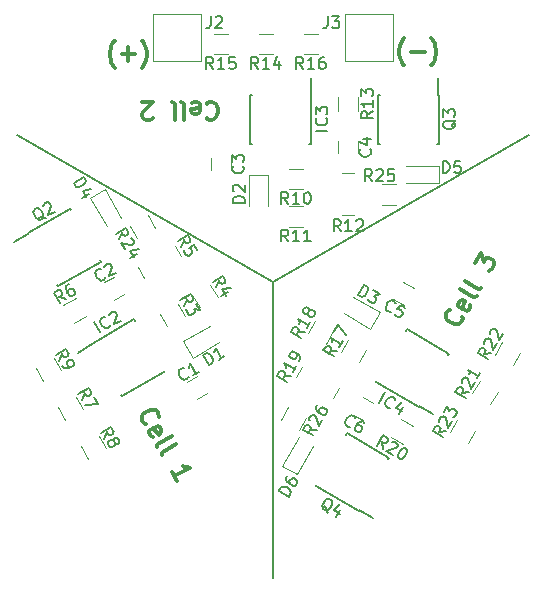
<source format=gbr>
G04 #@! TF.FileFunction,Legend,Top*
%FSLAX46Y46*%
G04 Gerber Fmt 4.6, Leading zero omitted, Abs format (unit mm)*
G04 Created by KiCad (PCBNEW 4.0.6) date 03/19/17 21:40:27*
%MOMM*%
%LPD*%
G01*
G04 APERTURE LIST*
%ADD10C,0.100000*%
%ADD11C,0.300000*%
%ADD12C,0.200000*%
%ADD13C,0.120000*%
%ADD14C,0.150000*%
G04 APERTURE END LIST*
D10*
D11*
X11112643Y18371500D02*
X11041215Y18442929D01*
X10898358Y18657214D01*
X10826929Y18800071D01*
X10755500Y19014357D01*
X10684072Y19371500D01*
X10684072Y19657214D01*
X10755500Y20014357D01*
X10826929Y20228643D01*
X10898358Y20371500D01*
X11041215Y20585786D01*
X11112643Y20657214D01*
X11684072Y19514357D02*
X12826929Y19514357D01*
X13398358Y18371500D02*
X13469786Y18442929D01*
X13612643Y18657214D01*
X13684072Y18800071D01*
X13755501Y19014357D01*
X13826929Y19371500D01*
X13826929Y19657214D01*
X13755501Y20014357D01*
X13684072Y20228643D01*
X13612643Y20371500D01*
X13469786Y20585786D01*
X13398358Y20657214D01*
X-13398357Y18181000D02*
X-13469785Y18252429D01*
X-13612642Y18466714D01*
X-13684071Y18609571D01*
X-13755500Y18823857D01*
X-13826928Y19181000D01*
X-13826928Y19466714D01*
X-13755500Y19823857D01*
X-13684071Y20038143D01*
X-13612642Y20181000D01*
X-13469785Y20395286D01*
X-13398357Y20466714D01*
X-12826928Y19323857D02*
X-11684071Y19323857D01*
X-12255500Y18752429D02*
X-12255500Y19895286D01*
X-11112642Y18181000D02*
X-11041214Y18252429D01*
X-10898357Y18466714D01*
X-10826928Y18609571D01*
X-10755499Y18823857D01*
X-10684071Y19181000D01*
X-10684071Y19466714D01*
X-10755499Y19823857D01*
X-10826928Y20038143D01*
X-10898357Y20181000D01*
X-11041214Y20395286D01*
X-11112642Y20466714D01*
X-5624001Y15140714D02*
X-5552572Y15212143D01*
X-5338286Y15283571D01*
X-5195429Y15283571D01*
X-4981144Y15212143D01*
X-4838286Y15069286D01*
X-4766858Y14926429D01*
X-4695429Y14640714D01*
X-4695429Y14426429D01*
X-4766858Y14140714D01*
X-4838286Y13997857D01*
X-4981144Y13855000D01*
X-5195429Y13783571D01*
X-5338286Y13783571D01*
X-5552572Y13855000D01*
X-5624001Y13926429D01*
X-6838286Y15212143D02*
X-6695429Y15283571D01*
X-6409715Y15283571D01*
X-6266858Y15212143D01*
X-6195429Y15069286D01*
X-6195429Y14497857D01*
X-6266858Y14355000D01*
X-6409715Y14283571D01*
X-6695429Y14283571D01*
X-6838286Y14355000D01*
X-6909715Y14497857D01*
X-6909715Y14640714D01*
X-6195429Y14783571D01*
X-7766858Y15283571D02*
X-7624000Y15212143D01*
X-7552572Y15069286D01*
X-7552572Y13783571D01*
X-8552572Y15283571D02*
X-8409714Y15212143D01*
X-8338286Y15069286D01*
X-8338286Y13783571D01*
X-10195428Y13926429D02*
X-10266857Y13855000D01*
X-10409714Y13783571D01*
X-10766857Y13783571D01*
X-10909714Y13855000D01*
X-10981143Y13926429D01*
X-11052571Y14069286D01*
X-11052571Y14212143D01*
X-10981143Y14426429D01*
X-10124000Y15283571D01*
X-11052571Y15283571D01*
X16039442Y-2914913D02*
X16065587Y-3012487D01*
X16020303Y-3233778D01*
X15948874Y-3357496D01*
X15779873Y-3507358D01*
X15584726Y-3559648D01*
X15425295Y-3550078D01*
X15142144Y-3469080D01*
X14956567Y-3361938D01*
X14744846Y-3157221D01*
X14656842Y-3023934D01*
X14604553Y-2828787D01*
X14649836Y-2607496D01*
X14721265Y-2483778D01*
X14890267Y-2333916D01*
X14987841Y-2307771D01*
X16708444Y-1899026D02*
X16698874Y-2058458D01*
X16556017Y-2305894D01*
X16422730Y-2393897D01*
X16263298Y-2384328D01*
X15768426Y-2098614D01*
X15680423Y-1965326D01*
X15689992Y-1805894D01*
X15832849Y-1558458D01*
X15966137Y-1470455D01*
X16125569Y-1480024D01*
X16249287Y-1551452D01*
X16015862Y-2241471D01*
X17234589Y-1130573D02*
X17101301Y-1218578D01*
X16941869Y-1209008D01*
X15828408Y-566150D01*
X17627446Y-450125D02*
X17494158Y-538130D01*
X17334726Y-528560D01*
X16221265Y114298D01*
X17114122Y1660772D02*
X17578407Y2464938D01*
X17823279Y1746211D01*
X17930422Y1931788D01*
X18063710Y2019791D01*
X18161283Y2045936D01*
X18320715Y2036366D01*
X18630010Y1857795D01*
X18718013Y1724508D01*
X18744158Y1626934D01*
X18734588Y1467502D01*
X18520302Y1096348D01*
X18387015Y1008344D01*
X18289442Y982200D01*
X-10732941Y-12035301D02*
X-10830515Y-12009156D01*
X-10999517Y-11859293D01*
X-11070945Y-11735575D01*
X-11116229Y-11514285D01*
X-11063940Y-11319138D01*
X-10975937Y-11185851D01*
X-10764215Y-10981134D01*
X-10578638Y-10873991D01*
X-10295488Y-10792993D01*
X-10136056Y-10783423D01*
X-9940909Y-10835713D01*
X-9771907Y-10985575D01*
X-9700479Y-11109293D01*
X-9655195Y-11330584D01*
X-9681340Y-11428158D01*
X-10187658Y-13122617D02*
X-10320945Y-13034613D01*
X-10463802Y-12787177D01*
X-10473372Y-12627746D01*
X-10385369Y-12494458D01*
X-9890497Y-12208743D01*
X-9731065Y-12199174D01*
X-9597777Y-12287177D01*
X-9454920Y-12534613D01*
X-9445351Y-12694045D01*
X-9533354Y-12827333D01*
X-9657072Y-12898762D01*
X-10137933Y-12351600D01*
X-9785231Y-13962498D02*
X-9794801Y-13803065D01*
X-9706797Y-13669778D01*
X-8593336Y-13026921D01*
X-9392374Y-14642946D02*
X-9401944Y-14483513D01*
X-9313940Y-14350226D01*
X-8200479Y-13707369D01*
X-8142374Y-16808009D02*
X-8570946Y-16065701D01*
X-8356660Y-16436855D02*
X-7057622Y-15686855D01*
X-7314627Y-15670281D01*
X-7509774Y-15617990D01*
X-7643062Y-15529987D01*
D12*
X12456Y-5781D02*
X12456Y-25005781D01*
X12456Y-5781D02*
X21663091Y12494219D01*
X12456Y-5781D02*
X-21638179Y12494219D01*
D13*
X10128000Y22701000D02*
X10128000Y18701000D01*
X6128000Y18701000D02*
X10128000Y18701000D01*
X6128000Y22701000D02*
X6128000Y18701000D01*
X6128000Y22701000D02*
X10128000Y22701000D01*
D14*
X-15361534Y-5205922D02*
X-15336534Y-5249223D01*
X-11767528Y-3130922D02*
X-11695028Y-3256495D01*
X-9192528Y-7590952D02*
X-9265028Y-7465379D01*
X-12786534Y-9665952D02*
X-12859034Y-9540379D01*
X-15361534Y-5205922D02*
X-11767528Y-3130922D01*
X-12786534Y-9665952D02*
X-9192528Y-7590952D01*
X-15336534Y-5249223D02*
X-16548969Y-5949223D01*
X12319848Y-10524751D02*
X12344848Y-10481450D01*
X8725842Y-8449751D02*
X8798342Y-8324178D01*
X11300842Y-3989721D02*
X11228342Y-4115294D01*
X14894848Y-6064721D02*
X14822348Y-6190294D01*
X12319848Y-10524751D02*
X8725842Y-8449751D01*
X14894848Y-6064721D02*
X11300842Y-3989721D01*
X12344848Y-10481450D02*
X13557283Y-11181450D01*
X7239848Y-19323569D02*
X7264848Y-19280268D01*
X3645842Y-17248569D02*
X3718342Y-17122996D01*
X6220842Y-12788539D02*
X6148342Y-12914112D01*
X9814848Y-14863539D02*
X9742348Y-14989112D01*
X7239848Y-19323569D02*
X3645842Y-17248569D01*
X9814848Y-14863539D02*
X6220842Y-12788539D01*
X7264848Y-19280268D02*
X8477283Y-19980268D01*
D13*
X-7610910Y-4980396D02*
X-6810910Y-6366036D01*
X-6810910Y-6366036D02*
X-4559244Y-5066036D01*
X-7610910Y-4980396D02*
X-5359244Y-3680396D01*
X-455101Y9077446D02*
X-2055101Y9077446D01*
X-2055101Y9077446D02*
X-2055101Y6477446D01*
X-455101Y9077446D02*
X-455101Y6477446D01*
X8249225Y-3925278D02*
X9049225Y-2539638D01*
X9049225Y-2539638D02*
X6797559Y-1239638D01*
X8249225Y-3925278D02*
X5997559Y-2625278D01*
D14*
X3224900Y15902446D02*
X3174900Y15902446D01*
X3224900Y11752446D02*
X3079900Y11752446D01*
X-1925100Y11752446D02*
X-1780100Y11752446D01*
X-1925100Y15902446D02*
X-1780100Y15902446D01*
X3224900Y15902446D02*
X3224900Y11752446D01*
X-1925100Y15902446D02*
X-1925100Y11752446D01*
X3174900Y15902446D02*
X3174900Y17302446D01*
X-20759032Y4142821D02*
X-20734032Y4099520D01*
X-17165026Y6217821D02*
X-17092526Y6092248D01*
X-14590026Y1757791D02*
X-14662526Y1883364D01*
X-18184032Y-317209D02*
X-18256532Y-191636D01*
X-20759032Y4142821D02*
X-17165026Y6217821D01*
X-18184032Y-317209D02*
X-14590026Y1757791D01*
X-20734032Y4099520D02*
X-21946467Y3399520D01*
X14019899Y15902447D02*
X13969899Y15902447D01*
X14019899Y11752447D02*
X13874899Y11752447D01*
X8869899Y11752447D02*
X9014899Y11752447D01*
X8869899Y15902447D02*
X9014899Y15902447D01*
X14019899Y15902447D02*
X14019899Y11752447D01*
X8869899Y15902447D02*
X8869899Y11752447D01*
X13969899Y15902447D02*
X13969899Y17302447D01*
D13*
X-10944115Y392885D02*
X-11444115Y1258911D01*
X-8326423Y3058911D02*
X-7826423Y2192885D01*
X5864899Y9277447D02*
X6864899Y9277447D01*
X6864899Y5677447D02*
X5864899Y5677447D01*
X5579930Y-8948632D02*
X5079930Y-9814658D01*
X1962238Y-8014658D02*
X2462238Y-7148632D01*
X-6429460Y-7906725D02*
X-7295486Y-8406725D01*
X-6445486Y-9878969D02*
X-5579460Y-9378969D01*
X-13476739Y489520D02*
X-14342765Y-10480D01*
X-13492765Y-1482724D02*
X-12626739Y-982724D01*
X-3580101Y9517446D02*
X-3580101Y10517446D01*
X-5280101Y10517446D02*
X-5280101Y9517446D01*
X7200000Y10930000D02*
X7200000Y11930000D01*
X5500000Y11930000D02*
X5500000Y10930000D01*
X10192776Y-1438949D02*
X11058802Y-1938949D01*
X11908802Y-466705D02*
X11042776Y33295D01*
X6762554Y-11190267D02*
X7628580Y-11690267D01*
X8478580Y-10218023D02*
X7612554Y-9718023D01*
X-8974722Y-3718201D02*
X-9574722Y-2678971D01*
X-8050518Y-1798971D02*
X-7450518Y-2838201D01*
X-6225092Y-2130700D02*
X-6825092Y-1091470D01*
X-5300888Y-211470D02*
X-4700888Y-1250700D01*
X-15824694Y-2863704D02*
X-16863924Y-3463704D01*
X-17743924Y-1939500D02*
X-16704694Y-1339500D01*
X-17603393Y-11632905D02*
X-18203393Y-10593675D01*
X-16679189Y-9713675D02*
X-16079189Y-10752905D01*
X-15698393Y-14932461D02*
X-16298393Y-13893231D01*
X-14774189Y-13013231D02*
X-14174189Y-14052461D01*
X-19508393Y-8333348D02*
X-20108393Y-7294118D01*
X-18584189Y-6414118D02*
X-17984189Y-7453348D01*
X1319899Y9627447D02*
X2519899Y9627447D01*
X2519899Y7867447D02*
X1319899Y7867447D01*
X1319899Y6452446D02*
X2519899Y6452446D01*
X2519899Y4692446D02*
X1319899Y4692446D01*
X5470000Y14513000D02*
X5470000Y15713000D01*
X7230000Y15713000D02*
X7230000Y14513000D01*
X-1220101Y21057446D02*
X-20101Y21057446D01*
X-20101Y19297446D02*
X-1220101Y19297446D01*
X-5030101Y21057446D02*
X-3830101Y21057446D01*
X-3830101Y19297446D02*
X-5030101Y19297446D01*
X2589899Y21057446D02*
X3789899Y21057446D01*
X3789899Y19297446D02*
X2589899Y19297446D01*
X7838038Y-5737474D02*
X7238038Y-6776704D01*
X5713834Y-5896704D02*
X6313834Y-4857474D01*
X5088408Y-4149974D02*
X4488408Y-5189204D01*
X2964204Y-4309204D02*
X3564204Y-3269974D01*
X10840509Y-11547043D02*
X11879739Y-12147043D01*
X10999739Y-13671247D02*
X9960509Y-13071247D01*
X19006709Y-9252769D02*
X18406709Y-10291999D01*
X16882505Y-9411999D02*
X17482505Y-8372769D01*
X20911709Y-5953212D02*
X20311709Y-6992442D01*
X18787505Y-6112442D02*
X19387505Y-5073212D01*
X17101709Y-12552326D02*
X16501709Y-13591556D01*
X14977505Y-12711556D02*
X15577505Y-11672326D01*
X-6128000Y22701000D02*
X-6128000Y18701000D01*
X-10128000Y18701000D02*
X-6128000Y18701000D01*
X-10128000Y22701000D02*
X-10128000Y18701000D01*
X-10128000Y22701000D02*
X-6128000Y22701000D01*
X-14263782Y7877846D02*
X-15476218Y7177846D01*
X-15476218Y7177846D02*
X-14076218Y4752975D01*
X-14263782Y7877846D02*
X-12863782Y5452975D01*
X14055500Y8444000D02*
X14055500Y9844000D01*
X14055500Y9844000D02*
X11255500Y9844000D01*
X14055500Y8444000D02*
X11255500Y8444000D01*
X779782Y-15559846D02*
X1992218Y-16259846D01*
X1992218Y-16259846D02*
X3392218Y-13834975D01*
X779782Y-15559846D02*
X2179782Y-13134975D01*
X-10586898Y5658615D02*
X-9986898Y4619385D01*
X-11511102Y3739385D02*
X-12111102Y4778615D01*
X10442500Y6549500D02*
X9242500Y6549500D01*
X9242500Y8309500D02*
X10442500Y8309500D01*
X652398Y-11636615D02*
X1252398Y-10597385D01*
X2776602Y-11477385D02*
X2176602Y-12516615D01*
D14*
X4619667Y22518619D02*
X4619667Y21804333D01*
X4572047Y21661476D01*
X4476809Y21566238D01*
X4333952Y21518619D01*
X4238714Y21518619D01*
X5000619Y22518619D02*
X5619667Y22518619D01*
X5286333Y22137667D01*
X5429191Y22137667D01*
X5524429Y22090048D01*
X5572048Y22042429D01*
X5619667Y21947190D01*
X5619667Y21709095D01*
X5572048Y21613857D01*
X5524429Y21566238D01*
X5429191Y21518619D01*
X5143476Y21518619D01*
X5048238Y21566238D01*
X5000619Y21613857D01*
X-14646246Y-4247216D02*
X-15146246Y-3381191D01*
X-13786600Y-3640928D02*
X-13804030Y-3705977D01*
X-13903938Y-3818645D01*
X-13986417Y-3866264D01*
X-14133945Y-3896454D01*
X-14264042Y-3861594D01*
X-14352901Y-3802925D01*
X-14489378Y-3661778D01*
X-14560807Y-3538059D01*
X-14614806Y-3349292D01*
X-14621185Y-3243004D01*
X-14586326Y-3112907D01*
X-14486417Y-3000239D01*
X-14403938Y-2952620D01*
X-14256411Y-2922430D01*
X-14191362Y-2939860D01*
X-13861448Y-2749384D02*
X-13844018Y-2684335D01*
X-13785349Y-2595477D01*
X-13579152Y-2476429D01*
X-13472864Y-2470049D01*
X-13407815Y-2487479D01*
X-13318957Y-2546148D01*
X-13271338Y-2628627D01*
X-13241149Y-2776154D01*
X-13450306Y-3556740D01*
X-12914195Y-3247216D01*
X8988749Y-10192003D02*
X9488749Y-9325978D01*
X9943633Y-10633334D02*
X9878584Y-10650764D01*
X9731057Y-10620575D01*
X9648578Y-10572956D01*
X9548669Y-10460288D01*
X9513810Y-10330190D01*
X9520189Y-10223902D01*
X9574188Y-10035136D01*
X9645617Y-9911417D01*
X9782094Y-9770269D01*
X9870953Y-9711600D01*
X10001050Y-9676741D01*
X10148578Y-9706931D01*
X10231057Y-9754550D01*
X10330965Y-9867217D01*
X10348395Y-9932266D01*
X10971655Y-10567034D02*
X10638321Y-11144384D01*
X10955934Y-10118072D02*
X10392594Y-10617614D01*
X10928706Y-10927138D01*
X4624057Y-19513776D02*
X4565388Y-19424918D01*
X4530528Y-19294820D01*
X4478239Y-19099674D01*
X4419569Y-19010815D01*
X4337091Y-18963196D01*
X4259282Y-19193202D02*
X4200613Y-19104344D01*
X4165754Y-18974246D01*
X4219753Y-18785480D01*
X4386420Y-18496804D01*
X4522897Y-18355656D01*
X4652994Y-18320797D01*
X4759282Y-18327177D01*
X4924240Y-18422415D01*
X4982909Y-18511273D01*
X5017769Y-18641371D01*
X4963770Y-18830137D01*
X4797103Y-19118813D01*
X4660626Y-19259961D01*
X4530528Y-19294820D01*
X4424240Y-19288440D01*
X4259282Y-19193202D01*
X5706078Y-19258709D02*
X5372744Y-19836059D01*
X5690357Y-18809747D02*
X5127017Y-19309289D01*
X5663129Y-19618813D01*
X-5438288Y-7019678D02*
X-5938288Y-6153653D01*
X-5732091Y-6034605D01*
X-5584563Y-6004415D01*
X-5454466Y-6039275D01*
X-5365607Y-6097944D01*
X-5229130Y-6239091D01*
X-5157701Y-6362810D01*
X-5103702Y-6551577D01*
X-5097323Y-6657865D01*
X-5132182Y-6787962D01*
X-5232091Y-6900630D01*
X-5438288Y-7019678D01*
X-4118629Y-6257773D02*
X-4613501Y-6543487D01*
X-4366066Y-6400630D02*
X-4866066Y-5534605D01*
X-4877116Y-5705942D01*
X-4911975Y-5836039D01*
X-4970644Y-5924898D01*
X-2402720Y6739351D02*
X-3402720Y6739351D01*
X-3402720Y6977446D01*
X-3355101Y7120304D01*
X-3259863Y7215542D01*
X-3164625Y7263161D01*
X-2974149Y7310780D01*
X-2831291Y7310780D01*
X-2640815Y7263161D01*
X-2545577Y7215542D01*
X-2450339Y7120304D01*
X-2402720Y6977446D01*
X-2402720Y6739351D01*
X-3307482Y7691732D02*
X-3355101Y7739351D01*
X-3402720Y7834589D01*
X-3402720Y8072685D01*
X-3355101Y8167923D01*
X-3307482Y8215542D01*
X-3212244Y8263161D01*
X-3117006Y8263161D01*
X-2974149Y8215542D01*
X-2402720Y7644113D01*
X-2402720Y8263161D01*
X7198184Y-1069543D02*
X7698184Y-203518D01*
X7904381Y-322565D01*
X8004290Y-435233D01*
X8039149Y-565331D01*
X8032770Y-671619D01*
X7978771Y-860385D01*
X7907342Y-984104D01*
X7770865Y-1125252D01*
X7682006Y-1183921D01*
X7551909Y-1218780D01*
X7404381Y-1188590D01*
X7198184Y-1069543D01*
X8481731Y-655899D02*
X9017843Y-965423D01*
X8538691Y-1128670D01*
X8662410Y-1200099D01*
X8721079Y-1288957D01*
X8738508Y-1354006D01*
X8732128Y-1460295D01*
X8613081Y-1666491D01*
X8524222Y-1725160D01*
X8459174Y-1742590D01*
X8352886Y-1736210D01*
X8105449Y-1593352D01*
X8046780Y-1504494D01*
X8029350Y-1439445D01*
X4602281Y12851256D02*
X3602281Y12851256D01*
X4507043Y13898875D02*
X4554662Y13851256D01*
X4602281Y13708399D01*
X4602281Y13613161D01*
X4554662Y13470303D01*
X4459424Y13375065D01*
X4364186Y13327446D01*
X4173710Y13279827D01*
X4030852Y13279827D01*
X3840376Y13327446D01*
X3745138Y13375065D01*
X3649900Y13470303D01*
X3602281Y13613161D01*
X3602281Y13708399D01*
X3649900Y13851256D01*
X3697519Y13898875D01*
X3602281Y14232208D02*
X3602281Y14851256D01*
X3983233Y14517922D01*
X3983233Y14660780D01*
X4030852Y14756018D01*
X4078471Y14803637D01*
X4173710Y14851256D01*
X4411805Y14851256D01*
X4507043Y14803637D01*
X4554662Y14756018D01*
X4602281Y14660780D01*
X4602281Y14375065D01*
X4554662Y14279827D01*
X4507043Y14232208D01*
X-19233198Y5459524D02*
X-19339486Y5453144D01*
X-19469584Y5488004D01*
X-19664730Y5540293D01*
X-19771019Y5533913D01*
X-19853497Y5486294D01*
X-19693211Y5303907D02*
X-19799499Y5297527D01*
X-19929596Y5332387D01*
X-20066073Y5473534D01*
X-20232740Y5762210D01*
X-20286739Y5950977D01*
X-20251880Y6081074D01*
X-20193211Y6169932D01*
X-20028253Y6265171D01*
X-19921965Y6271551D01*
X-19791867Y6236691D01*
X-19655390Y6095544D01*
X-19488723Y5806868D01*
X-19434724Y5618101D01*
X-19469584Y5488004D01*
X-19528253Y5399146D01*
X-19693211Y5303907D01*
X-19444523Y6492216D02*
X-19427093Y6557265D01*
X-19368424Y6646123D01*
X-19162227Y6765171D01*
X-19055939Y6771551D01*
X-18990890Y6754121D01*
X-18902032Y6695452D01*
X-18854413Y6612973D01*
X-18824224Y6465446D01*
X-19033381Y5684860D01*
X-18497270Y5994384D01*
X15492518Y13732209D02*
X15444899Y13636971D01*
X15349661Y13541733D01*
X15206804Y13398876D01*
X15159185Y13303637D01*
X15159185Y13208399D01*
X15397280Y13256018D02*
X15349661Y13160780D01*
X15254423Y13065542D01*
X15063947Y13017923D01*
X14730613Y13017923D01*
X14540137Y13065542D01*
X14444899Y13160780D01*
X14397280Y13256018D01*
X14397280Y13446495D01*
X14444899Y13541733D01*
X14540137Y13636971D01*
X14730613Y13684590D01*
X15063947Y13684590D01*
X15254423Y13636971D01*
X15349661Y13541733D01*
X15397280Y13446495D01*
X15397280Y13256018D01*
X14397280Y14017923D02*
X14397280Y14636971D01*
X14778232Y14303637D01*
X14778232Y14446495D01*
X14825851Y14541733D01*
X14873470Y14589352D01*
X14968709Y14636971D01*
X15206804Y14636971D01*
X15302042Y14589352D01*
X15349661Y14541733D01*
X15397280Y14446495D01*
X15397280Y14160780D01*
X15349661Y14065542D01*
X15302042Y14017923D01*
X-7772106Y2994044D02*
X-7526380Y3520816D01*
X-8057821Y3488917D02*
X-7191796Y3988917D01*
X-7001319Y3659002D01*
X-6994939Y3552714D01*
X-7012369Y3487665D01*
X-7071038Y3398806D01*
X-7194756Y3327378D01*
X-7301044Y3320998D01*
X-7366093Y3338428D01*
X-7454951Y3397097D01*
X-7645427Y3727012D01*
X-6453700Y2710498D02*
X-6691796Y3122891D01*
X-7127998Y2926035D01*
X-7062949Y2908606D01*
X-6974091Y2849937D01*
X-6855043Y2643739D01*
X-6848663Y2537451D01*
X-6866093Y2472403D01*
X-6924763Y2383544D01*
X-7130959Y2264496D01*
X-7237247Y2258117D01*
X-7302296Y2275546D01*
X-7391154Y2334215D01*
X-7510202Y2540413D01*
X-7516582Y2646701D01*
X-7499152Y2711749D01*
X5722042Y4325066D02*
X5388708Y4801257D01*
X5150613Y4325066D02*
X5150613Y5325066D01*
X5531566Y5325066D01*
X5626804Y5277447D01*
X5674423Y5229828D01*
X5722042Y5134590D01*
X5722042Y4991733D01*
X5674423Y4896495D01*
X5626804Y4848876D01*
X5531566Y4801257D01*
X5150613Y4801257D01*
X6674423Y4325066D02*
X6102994Y4325066D01*
X6388708Y4325066D02*
X6388708Y5325066D01*
X6293470Y5182209D01*
X6198232Y5086971D01*
X6102994Y5039352D01*
X7055375Y5229828D02*
X7102994Y5277447D01*
X7198232Y5325066D01*
X7436328Y5325066D01*
X7531566Y5277447D01*
X7579185Y5229828D01*
X7626804Y5134590D01*
X7626804Y5039352D01*
X7579185Y4896495D01*
X7007756Y4325066D01*
X7626804Y4325066D01*
X1503160Y-7914566D02*
X924099Y-7965146D01*
X1217445Y-8409438D02*
X351420Y-7909438D01*
X541897Y-7579523D01*
X630755Y-7520854D01*
X695804Y-7503424D01*
X802092Y-7509804D01*
X925809Y-7581232D01*
X984478Y-7670091D01*
X1001908Y-7735140D01*
X995528Y-7841428D01*
X805052Y-8171343D01*
X1979350Y-7089780D02*
X1693636Y-7584652D01*
X1836493Y-7337216D02*
X970468Y-6837216D01*
X1046566Y-6991123D01*
X1081426Y-7121221D01*
X1075046Y-7227509D01*
X2217445Y-6677387D02*
X2312683Y-6512430D01*
X2319064Y-6406141D01*
X2301634Y-6341093D01*
X2225535Y-6187185D01*
X2084388Y-6050708D01*
X1754473Y-5860232D01*
X1648185Y-5853852D01*
X1583136Y-5871282D01*
X1494278Y-5929951D01*
X1399039Y-6094909D01*
X1392659Y-6201197D01*
X1410089Y-6266245D01*
X1468758Y-6355104D01*
X1674954Y-6474151D01*
X1781242Y-6480531D01*
X1846292Y-6463102D01*
X1935150Y-6404433D01*
X2030389Y-6239475D01*
X2036769Y-6133187D01*
X2019338Y-6068137D01*
X1960669Y-5979279D01*
X-7153238Y-7986437D02*
X-7170668Y-8051486D01*
X-7270577Y-8164153D01*
X-7353055Y-8211772D01*
X-7500583Y-8241962D01*
X-7630681Y-8207103D01*
X-7719539Y-8148434D01*
X-7856016Y-8007286D01*
X-7927445Y-7883567D01*
X-7981444Y-7694801D01*
X-7987824Y-7588513D01*
X-7952964Y-7458415D01*
X-7853055Y-7345747D01*
X-7770577Y-7298128D01*
X-7623049Y-7267939D01*
X-7558000Y-7285369D01*
X-6280833Y-7592725D02*
X-6775705Y-7878439D01*
X-6528270Y-7735582D02*
X-7028270Y-6869557D01*
X-7039320Y-7040894D01*
X-7074179Y-7170991D01*
X-7132848Y-7259850D01*
X-14200517Y409808D02*
X-14217947Y344759D01*
X-14317856Y232092D01*
X-14400334Y184473D01*
X-14547862Y154283D01*
X-14677960Y189142D01*
X-14766818Y247811D01*
X-14903295Y388959D01*
X-14974724Y512678D01*
X-15028723Y701444D01*
X-15035103Y807732D01*
X-15000243Y937830D01*
X-14900334Y1050498D01*
X-14817856Y1098117D01*
X-14670328Y1128306D01*
X-14605279Y1110876D01*
X-14275365Y1301352D02*
X-14257936Y1366401D01*
X-14199267Y1455259D01*
X-13993069Y1574307D01*
X-13886781Y1580687D01*
X-13821733Y1563257D01*
X-13732874Y1504588D01*
X-13685255Y1422110D01*
X-13655066Y1274583D01*
X-13864224Y493996D01*
X-13328112Y803520D01*
X-2572958Y9850780D02*
X-2525339Y9803161D01*
X-2477720Y9660304D01*
X-2477720Y9565066D01*
X-2525339Y9422208D01*
X-2620577Y9326970D01*
X-2715815Y9279351D01*
X-2906291Y9231732D01*
X-3049149Y9231732D01*
X-3239625Y9279351D01*
X-3334863Y9326970D01*
X-3430101Y9422208D01*
X-3477720Y9565066D01*
X-3477720Y9660304D01*
X-3430101Y9803161D01*
X-3382482Y9850780D01*
X-3477720Y10184113D02*
X-3477720Y10803161D01*
X-3096768Y10469827D01*
X-3096768Y10612685D01*
X-3049149Y10707923D01*
X-3001530Y10755542D01*
X-2906291Y10803161D01*
X-2668196Y10803161D01*
X-2572958Y10755542D01*
X-2525339Y10707923D01*
X-2477720Y10612685D01*
X-2477720Y10326970D01*
X-2525339Y10231732D01*
X-2572958Y10184113D01*
X8207143Y11263334D02*
X8254762Y11215715D01*
X8302381Y11072858D01*
X8302381Y10977620D01*
X8254762Y10834762D01*
X8159524Y10739524D01*
X8064286Y10691905D01*
X7873810Y10644286D01*
X7730952Y10644286D01*
X7540476Y10691905D01*
X7445238Y10739524D01*
X7350000Y10834762D01*
X7302381Y10977620D01*
X7302381Y11072858D01*
X7350000Y11215715D01*
X7397619Y11263334D01*
X7635714Y12120477D02*
X8302381Y12120477D01*
X7254762Y11882381D02*
X7969048Y11644286D01*
X7969048Y12263334D01*
X9977881Y-2477827D02*
X9912832Y-2495257D01*
X9765304Y-2465067D01*
X9682826Y-2417448D01*
X9582917Y-2304780D01*
X9548057Y-2174683D01*
X9554437Y-2068395D01*
X9608436Y-1879628D01*
X9679865Y-1755909D01*
X9816342Y-1614762D01*
X9905200Y-1556093D01*
X10035298Y-1521233D01*
X10182826Y-1551423D01*
X10265304Y-1599042D01*
X10365213Y-1711710D01*
X10382643Y-1776759D01*
X11213808Y-2146661D02*
X10801415Y-1908566D01*
X10522081Y-2297149D01*
X10587129Y-2279719D01*
X10693417Y-2286099D01*
X10899615Y-2405147D01*
X10958284Y-2494005D01*
X10975713Y-2559054D01*
X10969333Y-2665343D01*
X10850286Y-2871539D01*
X10761427Y-2930208D01*
X10696379Y-2947638D01*
X10590091Y-2941258D01*
X10383893Y-2822210D01*
X10325224Y-2733352D01*
X10307795Y-2668303D01*
X6547659Y-12229145D02*
X6482610Y-12246575D01*
X6335082Y-12216385D01*
X6252604Y-12168766D01*
X6152695Y-12056098D01*
X6117835Y-11926001D01*
X6124215Y-11819713D01*
X6178214Y-11630946D01*
X6249643Y-11507227D01*
X6386120Y-11366080D01*
X6474978Y-11307411D01*
X6605076Y-11272551D01*
X6752604Y-11302741D01*
X6835082Y-11350360D01*
X6934991Y-11463028D01*
X6952421Y-11528077D01*
X7742347Y-11874170D02*
X7577389Y-11778931D01*
X7471101Y-11772551D01*
X7406052Y-11789981D01*
X7252145Y-11866080D01*
X7115668Y-12007227D01*
X6925192Y-12337142D01*
X6918812Y-12443430D01*
X6936242Y-12508479D01*
X6994911Y-12597337D01*
X7159869Y-12692576D01*
X7266157Y-12698956D01*
X7331205Y-12681526D01*
X7420064Y-12622857D01*
X7539111Y-12416661D01*
X7545491Y-12310372D01*
X7528062Y-12245323D01*
X7469393Y-12156465D01*
X7304435Y-12061226D01*
X7198147Y-12054846D01*
X7133098Y-12072276D01*
X7044239Y-12130946D01*
X-7558784Y-2015440D02*
X-7313058Y-1488668D01*
X-7844499Y-1520567D02*
X-6978474Y-1020567D01*
X-6787997Y-1350482D01*
X-6781617Y-1456770D01*
X-6799047Y-1521819D01*
X-6857716Y-1610678D01*
X-6981434Y-1682106D01*
X-7087722Y-1688486D01*
X-7152771Y-1671056D01*
X-7241629Y-1612387D01*
X-7432105Y-1282472D01*
X-6526093Y-1804114D02*
X-6216569Y-2340226D01*
X-6713150Y-2242026D01*
X-6641721Y-2365745D01*
X-6635341Y-2472033D01*
X-6652771Y-2537081D01*
X-6711441Y-2625940D01*
X-6917637Y-2744988D01*
X-7023925Y-2751367D01*
X-7088974Y-2733938D01*
X-7177832Y-2675269D01*
X-7320689Y-2427832D01*
X-7327069Y-2321544D01*
X-7309639Y-2256495D01*
X-4809154Y-427939D02*
X-4563428Y98833D01*
X-5094869Y66934D02*
X-4228844Y566934D01*
X-4038367Y237019D01*
X-4031987Y130731D01*
X-4049417Y65682D01*
X-4108086Y-23177D01*
X-4231804Y-94605D01*
X-4338092Y-100985D01*
X-4403141Y-83555D01*
X-4491999Y-24886D01*
X-4682475Y305029D01*
X-3803232Y-836913D02*
X-4380583Y-1170246D01*
X-3592366Y-440239D02*
X-4330004Y-591186D01*
X-4020480Y-1127297D01*
X-17527455Y-1447766D02*
X-18054227Y-1202040D01*
X-18022328Y-1733481D02*
X-18522328Y-867456D01*
X-18192413Y-676979D01*
X-18086125Y-670599D01*
X-18021076Y-688029D01*
X-17932217Y-746698D01*
X-17860789Y-870416D01*
X-17854409Y-976704D01*
X-17871839Y-1041753D01*
X-17930508Y-1130611D01*
X-18260423Y-1321087D01*
X-17285148Y-153170D02*
X-17450106Y-248408D01*
X-17508775Y-337266D01*
X-17526205Y-402315D01*
X-17537255Y-573652D01*
X-17483256Y-762418D01*
X-17292779Y-1092333D01*
X-17203921Y-1151002D01*
X-17138872Y-1168432D01*
X-17032584Y-1162052D01*
X-16867626Y-1066814D01*
X-16808957Y-977956D01*
X-16791528Y-912907D01*
X-16797907Y-806619D01*
X-16916955Y-600423D01*
X-17005814Y-541753D01*
X-17070862Y-524323D01*
X-17177150Y-530703D01*
X-17342108Y-625941D01*
X-17400777Y-714799D01*
X-17418207Y-779848D01*
X-17411827Y-886137D01*
X-16187455Y-9930144D02*
X-15941729Y-9403372D01*
X-16473170Y-9435271D02*
X-15607145Y-8935271D01*
X-15416668Y-9265186D01*
X-15410288Y-9371474D01*
X-15427718Y-9436523D01*
X-15486387Y-9525382D01*
X-15610105Y-9596810D01*
X-15716393Y-9603190D01*
X-15781442Y-9585760D01*
X-15870300Y-9527091D01*
X-16060776Y-9197176D01*
X-15154764Y-9718818D02*
X-14821430Y-10296169D01*
X-15901741Y-10425015D01*
X-14282455Y-13229700D02*
X-14036729Y-12702928D01*
X-14568170Y-12734827D02*
X-13702145Y-12234827D01*
X-13511668Y-12564742D01*
X-13505288Y-12671030D01*
X-13522718Y-12736079D01*
X-13581387Y-12824938D01*
X-13705105Y-12896366D01*
X-13811393Y-12902746D01*
X-13876442Y-12885316D01*
X-13965300Y-12826647D01*
X-14155776Y-12496732D01*
X-13501869Y-13438856D02*
X-13508249Y-13332568D01*
X-13490819Y-13267519D01*
X-13432150Y-13178661D01*
X-13390911Y-13154852D01*
X-13284623Y-13148472D01*
X-13219574Y-13165902D01*
X-13130716Y-13224571D01*
X-13035478Y-13389529D01*
X-13029098Y-13495817D01*
X-13046528Y-13560865D01*
X-13105197Y-13649724D01*
X-13146436Y-13673533D01*
X-13252724Y-13679913D01*
X-13317773Y-13662483D01*
X-13406631Y-13603814D01*
X-13501869Y-13438856D01*
X-13590728Y-13380187D01*
X-13655776Y-13362757D01*
X-13762065Y-13369138D01*
X-13927022Y-13464376D01*
X-13985691Y-13553234D01*
X-14003121Y-13618283D01*
X-13996741Y-13724571D01*
X-13901503Y-13889529D01*
X-13812645Y-13948198D01*
X-13747596Y-13965627D01*
X-13641308Y-13959248D01*
X-13476351Y-13864010D01*
X-13417681Y-13775151D01*
X-13400251Y-13710102D01*
X-13406631Y-13603814D01*
X-18092455Y-6630587D02*
X-17846729Y-6103815D01*
X-18378170Y-6135714D02*
X-17512145Y-5635714D01*
X-17321668Y-5965629D01*
X-17315288Y-6071917D01*
X-17332718Y-6136966D01*
X-17391387Y-6225825D01*
X-17515105Y-6297253D01*
X-17621393Y-6303633D01*
X-17686442Y-6286203D01*
X-17775300Y-6227534D01*
X-17965776Y-5897619D01*
X-17854360Y-7042979D02*
X-17759122Y-7207936D01*
X-17670264Y-7266606D01*
X-17605215Y-7284036D01*
X-17433878Y-7295086D01*
X-17245112Y-7241087D01*
X-16915197Y-7050611D01*
X-16856528Y-6961752D01*
X-16839098Y-6896704D01*
X-16845478Y-6790416D01*
X-16940716Y-6625458D01*
X-17029574Y-6566789D01*
X-17094623Y-6549359D01*
X-17200911Y-6555739D01*
X-17407107Y-6674786D01*
X-17465776Y-6763644D01*
X-17483207Y-6828694D01*
X-17476827Y-6934982D01*
X-17381589Y-7099940D01*
X-17292731Y-7158609D01*
X-17227681Y-7176038D01*
X-17121393Y-7169658D01*
X1277042Y6645066D02*
X943708Y7121257D01*
X705613Y6645066D02*
X705613Y7645066D01*
X1086566Y7645066D01*
X1181804Y7597447D01*
X1229423Y7549828D01*
X1277042Y7454590D01*
X1277042Y7311733D01*
X1229423Y7216495D01*
X1181804Y7168876D01*
X1086566Y7121257D01*
X705613Y7121257D01*
X2229423Y6645066D02*
X1657994Y6645066D01*
X1943708Y6645066D02*
X1943708Y7645066D01*
X1848470Y7502209D01*
X1753232Y7406971D01*
X1657994Y7359352D01*
X2848470Y7645066D02*
X2943709Y7645066D01*
X3038947Y7597447D01*
X3086566Y7549828D01*
X3134185Y7454590D01*
X3181804Y7264114D01*
X3181804Y7026018D01*
X3134185Y6835542D01*
X3086566Y6740304D01*
X3038947Y6692685D01*
X2943709Y6645066D01*
X2848470Y6645066D01*
X2753232Y6692685D01*
X2705613Y6740304D01*
X2657994Y6835542D01*
X2610375Y7026018D01*
X2610375Y7264114D01*
X2657994Y7454590D01*
X2705613Y7549828D01*
X2753232Y7597447D01*
X2848470Y7645066D01*
X1277042Y3470065D02*
X943708Y3946256D01*
X705613Y3470065D02*
X705613Y4470065D01*
X1086566Y4470065D01*
X1181804Y4422446D01*
X1229423Y4374827D01*
X1277042Y4279589D01*
X1277042Y4136732D01*
X1229423Y4041494D01*
X1181804Y3993875D01*
X1086566Y3946256D01*
X705613Y3946256D01*
X2229423Y3470065D02*
X1657994Y3470065D01*
X1943708Y3470065D02*
X1943708Y4470065D01*
X1848470Y4327208D01*
X1753232Y4231970D01*
X1657994Y4184351D01*
X3181804Y3470065D02*
X2610375Y3470065D01*
X2896089Y3470065D02*
X2896089Y4470065D01*
X2800851Y4327208D01*
X2705613Y4231970D01*
X2610375Y4184351D01*
X8452381Y14470143D02*
X7976190Y14136809D01*
X8452381Y13898714D02*
X7452381Y13898714D01*
X7452381Y14279667D01*
X7500000Y14374905D01*
X7547619Y14422524D01*
X7642857Y14470143D01*
X7785714Y14470143D01*
X7880952Y14422524D01*
X7928571Y14374905D01*
X7976190Y14279667D01*
X7976190Y13898714D01*
X8452381Y15422524D02*
X8452381Y14851095D01*
X8452381Y15136809D02*
X7452381Y15136809D01*
X7595238Y15041571D01*
X7690476Y14946333D01*
X7738095Y14851095D01*
X7452381Y15755857D02*
X7452381Y16374905D01*
X7833333Y16041571D01*
X7833333Y16184429D01*
X7880952Y16279667D01*
X7928571Y16327286D01*
X8023810Y16374905D01*
X8261905Y16374905D01*
X8357143Y16327286D01*
X8404762Y16279667D01*
X8452381Y16184429D01*
X8452381Y15898714D01*
X8404762Y15803476D01*
X8357143Y15755857D01*
X-1262958Y18075065D02*
X-1596292Y18551256D01*
X-1834387Y18075065D02*
X-1834387Y19075065D01*
X-1453434Y19075065D01*
X-1358196Y19027446D01*
X-1310577Y18979827D01*
X-1262958Y18884589D01*
X-1262958Y18741732D01*
X-1310577Y18646494D01*
X-1358196Y18598875D01*
X-1453434Y18551256D01*
X-1834387Y18551256D01*
X-310577Y18075065D02*
X-882006Y18075065D01*
X-596292Y18075065D02*
X-596292Y19075065D01*
X-691530Y18932208D01*
X-786768Y18836970D01*
X-882006Y18789351D01*
X546566Y18741732D02*
X546566Y18075065D01*
X308470Y19122684D02*
X70375Y18408398D01*
X689423Y18408398D01*
X-5072958Y18075065D02*
X-5406292Y18551256D01*
X-5644387Y18075065D02*
X-5644387Y19075065D01*
X-5263434Y19075065D01*
X-5168196Y19027446D01*
X-5120577Y18979827D01*
X-5072958Y18884589D01*
X-5072958Y18741732D01*
X-5120577Y18646494D01*
X-5168196Y18598875D01*
X-5263434Y18551256D01*
X-5644387Y18551256D01*
X-4120577Y18075065D02*
X-4692006Y18075065D01*
X-4406292Y18075065D02*
X-4406292Y19075065D01*
X-4501530Y18932208D01*
X-4596768Y18836970D01*
X-4692006Y18789351D01*
X-3215815Y19075065D02*
X-3692006Y19075065D01*
X-3739625Y18598875D01*
X-3692006Y18646494D01*
X-3596768Y18694113D01*
X-3358672Y18694113D01*
X-3263434Y18646494D01*
X-3215815Y18598875D01*
X-3168196Y18503636D01*
X-3168196Y18265541D01*
X-3215815Y18170303D01*
X-3263434Y18122684D01*
X-3358672Y18075065D01*
X-3596768Y18075065D01*
X-3692006Y18122684D01*
X-3739625Y18170303D01*
X2547042Y18075065D02*
X2213708Y18551256D01*
X1975613Y18075065D02*
X1975613Y19075065D01*
X2356566Y19075065D01*
X2451804Y19027446D01*
X2499423Y18979827D01*
X2547042Y18884589D01*
X2547042Y18741732D01*
X2499423Y18646494D01*
X2451804Y18598875D01*
X2356566Y18551256D01*
X1975613Y18551256D01*
X3499423Y18075065D02*
X2927994Y18075065D01*
X3213708Y18075065D02*
X3213708Y19075065D01*
X3118470Y18932208D01*
X3023232Y18836970D01*
X2927994Y18789351D01*
X4356566Y19075065D02*
X4166089Y19075065D01*
X4070851Y19027446D01*
X4023232Y18979827D01*
X3927994Y18836970D01*
X3880375Y18646494D01*
X3880375Y18265541D01*
X3927994Y18170303D01*
X3975613Y18122684D01*
X4070851Y18075065D01*
X4261328Y18075065D01*
X4356566Y18122684D01*
X4404185Y18170303D01*
X4451804Y18265541D01*
X4451804Y18503636D01*
X4404185Y18598875D01*
X4356566Y18646494D01*
X4261328Y18694113D01*
X4070851Y18694113D01*
X3975613Y18646494D01*
X3927994Y18598875D01*
X3880375Y18503636D01*
X5417339Y-5775010D02*
X4838278Y-5825590D01*
X5131624Y-6269882D02*
X4265599Y-5769882D01*
X4456076Y-5439967D01*
X4544934Y-5381298D01*
X4609983Y-5363868D01*
X4716271Y-5370248D01*
X4839988Y-5441676D01*
X4898657Y-5530535D01*
X4916087Y-5595584D01*
X4909707Y-5701872D01*
X4719231Y-6031787D01*
X5893529Y-4950224D02*
X5607815Y-5445096D01*
X5750672Y-5197660D02*
X4884647Y-4697660D01*
X4960745Y-4851567D01*
X4995605Y-4981665D01*
X4989225Y-5087953D01*
X5194171Y-4161549D02*
X5527504Y-3584198D01*
X6179243Y-4455353D01*
X2667709Y-4187510D02*
X2088648Y-4238090D01*
X2381994Y-4682382D02*
X1515969Y-4182382D01*
X1706446Y-3852467D01*
X1795304Y-3793798D01*
X1860353Y-3776368D01*
X1966641Y-3782748D01*
X2090358Y-3854176D01*
X2149027Y-3943035D01*
X2166457Y-4008084D01*
X2160077Y-4114372D01*
X1969601Y-4444287D01*
X3143899Y-3362724D02*
X2858185Y-3857596D01*
X3001042Y-3610160D02*
X2135017Y-3110160D01*
X2211115Y-3264067D01*
X2245975Y-3394165D01*
X2239595Y-3500453D01*
X2934741Y-2582138D02*
X2845883Y-2640807D01*
X2780834Y-2658237D01*
X2674546Y-2651857D01*
X2633307Y-2628048D01*
X2574638Y-2539189D01*
X2557208Y-2474141D01*
X2563588Y-2367853D01*
X2658827Y-2202895D01*
X2747685Y-2144226D01*
X2812734Y-2126796D01*
X2919022Y-2133176D01*
X2960261Y-2156985D01*
X3018930Y-2245843D01*
X3036360Y-2310892D01*
X3029980Y-2417180D01*
X2934741Y-2582138D01*
X2928362Y-2688426D01*
X2945791Y-2753475D01*
X3004461Y-2842334D01*
X3169418Y-2937572D01*
X3275706Y-2943951D01*
X3340755Y-2926522D01*
X3429613Y-2867853D01*
X3524852Y-2702895D01*
X3531232Y-2596607D01*
X3513802Y-2531558D01*
X3455133Y-2442700D01*
X3290176Y-2347462D01*
X3183887Y-2341081D01*
X3118838Y-2358511D01*
X3029980Y-2417180D01*
X9312203Y-14108432D02*
X9261623Y-13529371D01*
X8817331Y-13822717D02*
X9317331Y-12956692D01*
X9647246Y-13147169D01*
X9705915Y-13236027D01*
X9723345Y-13301076D01*
X9716965Y-13407364D01*
X9645537Y-13531081D01*
X9556678Y-13589750D01*
X9491629Y-13607180D01*
X9385341Y-13600800D01*
X9055426Y-13410324D01*
X10094498Y-13515361D02*
X10159547Y-13497931D01*
X10265835Y-13504311D01*
X10472032Y-13623359D01*
X10530701Y-13712217D01*
X10548131Y-13777266D01*
X10541751Y-13883554D01*
X10494132Y-13966033D01*
X10381464Y-14065941D01*
X9600878Y-14275098D01*
X10136989Y-14584622D01*
X11173100Y-14028121D02*
X11255579Y-14075740D01*
X11314248Y-14164598D01*
X11331678Y-14229647D01*
X11325298Y-14335935D01*
X11271299Y-14524702D01*
X11152251Y-14730899D01*
X11015774Y-14872046D01*
X10926916Y-14930715D01*
X10861867Y-14948145D01*
X10755579Y-14941765D01*
X10673100Y-14894146D01*
X10614431Y-14805288D01*
X10597001Y-14740239D01*
X10603381Y-14633951D01*
X10657379Y-14445184D01*
X10776427Y-14238987D01*
X10912905Y-14097840D01*
X11001763Y-14039171D01*
X11066812Y-14021741D01*
X11173100Y-14028121D01*
X16586010Y-9290305D02*
X16006949Y-9340885D01*
X16300295Y-9785177D02*
X15434270Y-9285177D01*
X15624747Y-8955262D01*
X15713605Y-8896593D01*
X15778654Y-8879163D01*
X15884942Y-8885543D01*
X16008659Y-8956971D01*
X16067328Y-9045830D01*
X16084758Y-9110879D01*
X16078378Y-9217167D01*
X15887902Y-9547082D01*
X15992939Y-8508010D02*
X15975509Y-8442961D01*
X15981889Y-8336673D01*
X16100937Y-8130476D01*
X16189795Y-8071807D01*
X16254844Y-8054377D01*
X16361132Y-8060757D01*
X16443611Y-8108376D01*
X16543519Y-8221044D01*
X16752676Y-9001630D01*
X17062200Y-8465519D01*
X17538391Y-7640733D02*
X17252676Y-8135605D01*
X17395533Y-7888169D02*
X16529508Y-7388169D01*
X16605607Y-7542076D01*
X16640466Y-7672174D01*
X16634087Y-7778462D01*
X18491010Y-5990748D02*
X17911949Y-6041328D01*
X18205295Y-6485620D02*
X17339270Y-5985620D01*
X17529747Y-5655705D01*
X17618605Y-5597036D01*
X17683654Y-5579606D01*
X17789942Y-5585986D01*
X17913659Y-5657414D01*
X17972328Y-5746273D01*
X17989758Y-5811322D01*
X17983378Y-5917610D01*
X17792902Y-6247525D01*
X17897939Y-5208453D02*
X17880509Y-5143404D01*
X17886889Y-5037116D01*
X18005937Y-4830919D01*
X18094795Y-4772250D01*
X18159844Y-4754820D01*
X18266132Y-4761200D01*
X18348611Y-4808819D01*
X18448519Y-4921487D01*
X18657676Y-5702073D01*
X18967200Y-5165962D01*
X18374130Y-4383667D02*
X18356700Y-4318618D01*
X18363080Y-4212330D01*
X18482128Y-4006133D01*
X18570986Y-3947464D01*
X18636035Y-3930034D01*
X18742323Y-3936414D01*
X18824801Y-3984033D01*
X18924709Y-4096700D01*
X19133867Y-4877287D01*
X19443391Y-4341176D01*
X14681010Y-12589862D02*
X14101949Y-12640442D01*
X14395295Y-13084734D02*
X13529270Y-12584734D01*
X13719747Y-12254819D01*
X13808605Y-12196150D01*
X13873654Y-12178720D01*
X13979942Y-12185100D01*
X14103659Y-12256528D01*
X14162328Y-12345387D01*
X14179758Y-12410436D01*
X14173378Y-12516724D01*
X13982902Y-12846639D01*
X14087939Y-11807567D02*
X14070509Y-11742518D01*
X14076889Y-11636230D01*
X14195937Y-11430033D01*
X14284795Y-11371364D01*
X14349844Y-11353934D01*
X14456132Y-11360314D01*
X14538611Y-11407933D01*
X14638519Y-11520601D01*
X14847676Y-12301187D01*
X15157200Y-11765076D01*
X14457842Y-10976401D02*
X14767366Y-10440290D01*
X14930613Y-10919441D01*
X15002042Y-10795723D01*
X15090900Y-10737054D01*
X15155949Y-10719624D01*
X15262238Y-10726004D01*
X15468434Y-10845052D01*
X15527103Y-10933910D01*
X15544533Y-10998959D01*
X15538153Y-11105247D01*
X15395295Y-11352683D01*
X15306437Y-11411352D01*
X15241388Y-11428782D01*
X-5286333Y22518619D02*
X-5286333Y21804333D01*
X-5333953Y21661476D01*
X-5429191Y21566238D01*
X-5572048Y21518619D01*
X-5667286Y21518619D01*
X-4857762Y22423381D02*
X-4810143Y22471000D01*
X-4714905Y22518619D01*
X-4476809Y22518619D01*
X-4381571Y22471000D01*
X-4333952Y22423381D01*
X-4286333Y22328143D01*
X-4286333Y22232905D01*
X-4333952Y22090048D01*
X-4905381Y21518619D01*
X-4286333Y21518619D01*
X-16889821Y8414019D02*
X-16023796Y8914019D01*
X-15904748Y8707822D01*
X-15874558Y8560294D01*
X-15909418Y8430197D01*
X-15968087Y8341338D01*
X-16109234Y8204861D01*
X-16232953Y8133432D01*
X-16421720Y8079433D01*
X-16528008Y8073054D01*
X-16658105Y8107913D01*
X-16770773Y8207822D01*
X-16889821Y8414019D01*
X-15598184Y7510172D02*
X-16175535Y7176839D01*
X-15387318Y7906846D02*
X-16124956Y7755899D01*
X-15815432Y7219788D01*
X14374905Y9263119D02*
X14374905Y10263119D01*
X14613000Y10263119D01*
X14755858Y10215500D01*
X14851096Y10120262D01*
X14898715Y10025024D01*
X14946334Y9834548D01*
X14946334Y9691690D01*
X14898715Y9501214D01*
X14851096Y9405976D01*
X14755858Y9310738D01*
X14613000Y9263119D01*
X14374905Y9263119D01*
X15851096Y10263119D02*
X15374905Y10263119D01*
X15327286Y9786929D01*
X15374905Y9834548D01*
X15470143Y9882167D01*
X15708239Y9882167D01*
X15803477Y9834548D01*
X15851096Y9786929D01*
X15898715Y9691690D01*
X15898715Y9453595D01*
X15851096Y9358357D01*
X15803477Y9310738D01*
X15708239Y9263119D01*
X15470143Y9263119D01*
X15374905Y9310738D01*
X15327286Y9358357D01*
X1356226Y-18137400D02*
X490201Y-17637400D01*
X609248Y-17431203D01*
X721916Y-17331294D01*
X852014Y-17296435D01*
X958302Y-17302814D01*
X1147068Y-17356813D01*
X1270787Y-17428242D01*
X1411935Y-17564719D01*
X1470604Y-17653578D01*
X1505463Y-17783675D01*
X1475273Y-17931203D01*
X1356226Y-18137400D01*
X1204487Y-16400220D02*
X1109248Y-16565178D01*
X1102868Y-16671466D01*
X1120298Y-16736515D01*
X1196397Y-16890422D01*
X1337544Y-17026899D01*
X1667459Y-17217375D01*
X1773747Y-17223755D01*
X1838796Y-17206325D01*
X1927654Y-17147656D01*
X2022893Y-16982698D01*
X2029273Y-16876410D01*
X2011843Y-16811362D01*
X1953174Y-16722503D01*
X1746978Y-16603456D01*
X1640689Y-16597076D01*
X1575640Y-16614505D01*
X1486782Y-16673174D01*
X1391543Y-16838132D01*
X1385163Y-16944420D01*
X1402593Y-17009469D01*
X1461263Y-17098328D01*
X-13032202Y3632541D02*
X-12786475Y4159312D01*
X-13317916Y4127413D02*
X-12451891Y4627413D01*
X-12261415Y4297498D01*
X-12255035Y4191210D01*
X-12272465Y4126161D01*
X-12331134Y4037303D01*
X-12454851Y3965874D01*
X-12561139Y3959495D01*
X-12626188Y3976925D01*
X-12715046Y4035594D01*
X-12905523Y4365509D01*
X-12058179Y3755008D02*
X-11993130Y3737578D01*
X-11904272Y3678909D01*
X-11785224Y3472712D01*
X-11778844Y3366424D01*
X-11796274Y3301375D01*
X-11854943Y3212517D01*
X-11937422Y3164898D01*
X-12084949Y3134709D01*
X-12865535Y3343866D01*
X-12556011Y2807755D01*
X-11550089Y2398781D02*
X-12127440Y2065447D01*
X-11339223Y2795454D02*
X-12076861Y2644507D01*
X-11767337Y2108396D01*
X8374143Y8564619D02*
X8040809Y9040810D01*
X7802714Y8564619D02*
X7802714Y9564619D01*
X8183667Y9564619D01*
X8278905Y9517000D01*
X8326524Y9469381D01*
X8374143Y9374143D01*
X8374143Y9231286D01*
X8326524Y9136048D01*
X8278905Y9088429D01*
X8183667Y9040810D01*
X7802714Y9040810D01*
X8755095Y9469381D02*
X8802714Y9517000D01*
X8897952Y9564619D01*
X9136048Y9564619D01*
X9231286Y9517000D01*
X9278905Y9469381D01*
X9326524Y9374143D01*
X9326524Y9278905D01*
X9278905Y9136048D01*
X8707476Y8564619D01*
X9326524Y8564619D01*
X10231286Y9564619D02*
X9755095Y9564619D01*
X9707476Y9088429D01*
X9755095Y9136048D01*
X9850333Y9183667D01*
X10088429Y9183667D01*
X10183667Y9136048D01*
X10231286Y9088429D01*
X10278905Y8993190D01*
X10278905Y8755095D01*
X10231286Y8659857D01*
X10183667Y8612238D01*
X10088429Y8564619D01*
X9850333Y8564619D01*
X9755095Y8612238D01*
X9707476Y8659857D01*
X3689845Y-12466921D02*
X3110784Y-12517501D01*
X3404130Y-12961793D02*
X2538105Y-12461793D01*
X2728582Y-12131878D01*
X2817440Y-12073209D01*
X2882489Y-12055779D01*
X2988777Y-12062159D01*
X3112494Y-12133587D01*
X3171163Y-12222446D01*
X3188593Y-12287495D01*
X3182213Y-12393783D01*
X2991737Y-12723698D01*
X3096774Y-11684626D02*
X3079344Y-11619577D01*
X3085724Y-11513289D01*
X3204772Y-11307092D01*
X3293630Y-11248423D01*
X3358679Y-11230993D01*
X3464967Y-11237373D01*
X3547446Y-11284992D01*
X3647354Y-11397660D01*
X3856511Y-12178246D01*
X4166035Y-11642135D01*
X3728582Y-10399827D02*
X3633343Y-10564785D01*
X3626963Y-10671073D01*
X3644393Y-10736122D01*
X3720492Y-10890029D01*
X3861639Y-11026506D01*
X4191554Y-11216983D01*
X4297842Y-11223362D01*
X4362891Y-11205933D01*
X4451749Y-11147264D01*
X4546988Y-10982306D01*
X4553368Y-10876018D01*
X4535938Y-10810969D01*
X4477269Y-10722111D01*
X4271073Y-10603063D01*
X4164784Y-10596683D01*
X4099735Y-10614113D01*
X4010877Y-10672782D01*
X3915638Y-10837740D01*
X3909258Y-10944028D01*
X3926688Y-11009076D01*
X3985358Y-11097935D01*
M02*

</source>
